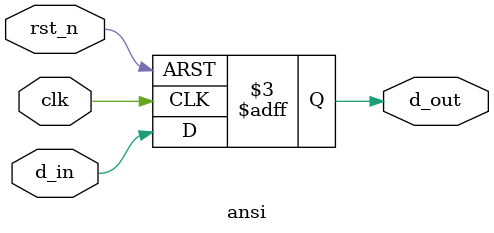
<source format=v>
module ansi(input clk, rst_n, d_in,
	    output d_out);
   
   reg 		   d_out;
   
   always @(posedge clk or negedge rst_n)
     if (!rst_n)
       d_out <= 1'b0;
     else
       d_out <= d_in;
   
endmodule // ansi

</source>
